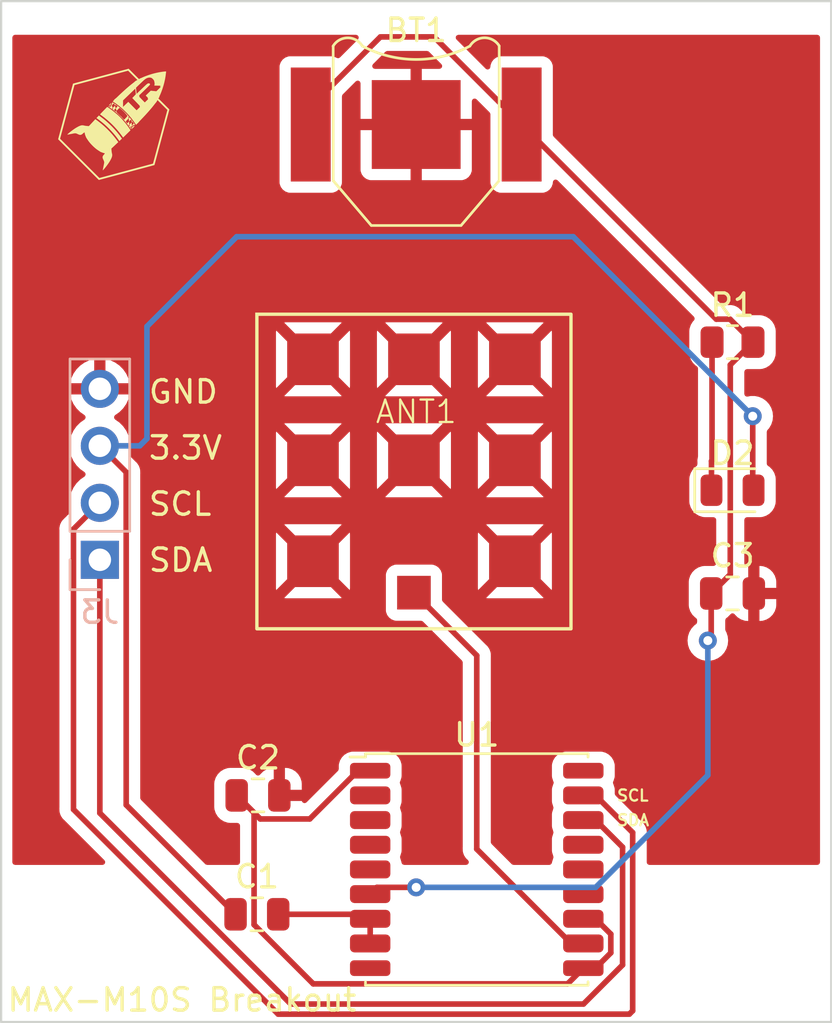
<source format=kicad_pcb>
(kicad_pcb (version 20221018) (generator pcbnew)
  (layers (0 "F.Cu" signal) (31 "B.Cu" power) (34 "B.Paste" user) (35 "F.Paste" user) (36 "B.SilkS" user "B.Silkscreen") (37 "F.SilkS" user "F.Silkscreen") (38 "B.Mask" user) (39 "F.Mask" user) (44 "Edge.Cuts" user))
  (net 0 "")
  (net 1 "GND")
  (net 2 "+3.3V")
  (net 3 "Net-(U1-VCC)")
  (net 4 "Net-(C2-Pad1)")
  (net 5 "Net-(D2-K)")
  (net 6 "/SDA")
  (net 15 "/SCL")
  (net 17 "/RF_IN")
  (net 18 "/BACKUP")
  (footprint "RF_GPS:ublox_MAX" (layer "F.Cu") (at 146.7 90.2)
    (fp_text reference "U1" (at 0 -6) (layer "F.SilkS"))
    (fp_text value "MAX-M10S")
    (pad "1" smd roundrect (at -4.75 -4.4) (size 1.8 0.7) (layers "F.Cu" "F.Paste" "F.Mask") (net 4 "Net-(C2-Pad1)"))
    (pad "2" smd roundrect (at -4.75 -3.3) (size 1.8 0.8) (layers "F.Cu" "F.Paste" "F.Mask"))
    (pad "3" smd roundrect (at -4.75 -2.2) (size 1.8 0.8) (layers "F.Cu" "F.Paste" "F.Mask"))
    (pad "4" smd roundrect (at -4.75 -1.1) (size 1.8 0.8) (layers "F.Cu" "F.Paste" "F.Mask"))
    (pad "5" smd roundrect (at -4.75 0) (size 1.8 0.8) (layers "F.Cu" "F.Paste" "F.Mask"))
    (pad "6" smd roundrect (at -4.75 1.1) (size 1.8 0.8) (layers "F.Cu" "F.Paste" "F.Mask") (net 18 "/BACKUP"))
    (pad "7" smd roundrect (at -4.75 2.2) (size 1.8 0.8) (layers "F.Cu" "F.Paste" "F.Mask") (net 3 "Net-(U1-VCC)"))
    (pad "8" smd roundrect (at -4.75 3.3) (size 1.8 0.8) (layers "F.Cu" "F.Paste" "F.Mask") (net 3 "Net-(U1-VCC)"))
    (pad "9" smd roundrect (at -4.75 4.4) (size 1.8 0.7) (layers "F.Cu" "F.Paste" "F.Mask"))
    (pad "10" smd roundrect (at 4.75 4.4) (size 1.8 0.7) (layers "F.Cu" "F.Paste" "F.Mask") (net 4 "Net-(C2-Pad1)"))
    (pad "11" smd roundrect (at 4.75 3.3) (size 1.8 0.8) (layers "F.Cu" "F.Paste" "F.Mask") (net 17 "/RF_IN"))
    (pad "12" smd roundrect (at 4.75 2.2) (size 1.8 0.8) (layers "F.Cu" "F.Paste" "F.Mask") (net 4 "Net-(C2-Pad1)"))
    (pad "13" smd roundrect (at 4.75 1.1) (size 1.8 0.8) (layers "F.Cu" "F.Paste" "F.Mask"))
    (pad "14" smd roundrect (at 4.75 0) (size 1.8 0.8) (layers "F.Cu" "F.Paste" "F.Mask"))
    (pad "15" smd roundrect (at 4.75 -1.1) (size 1.8 0.8) (layers "F.Cu" "F.Paste" "F.Mask"))
    (pad "16" smd roundrect (at 4.75 -2.2) (size 1.8 0.8) (layers "F.Cu" "F.Paste" "F.Mask") (net 6 "/SDA"))
    (pad "17" smd roundrect (at 4.75 -3.3) (size 1.8 0.8) (layers "F.Cu" "F.Paste" "F.Mask") (net 15 "/SCL"))
    (pad "18" smd roundrect (at 4.75 -4.4) (size 1.8 0.7) (layers "F.Cu" "F.Paste" "F.Mask"))
  )
  (footprint "Capacitor_SMD:C_0805_2012Metric" (layer "F.Cu") (at 136.9 92.2)
    (fp_text reference "C1" (at 0 -1.68) (layer "F.SilkS"))
    (fp_text value "C" hide)
    (pad "1" smd roundrect (at -0.95 0) (size 1 1.45) (layers "F.Cu" "F.Paste" "F.Mask") (net 2 "+3.3V"))
    (pad "2" smd roundrect (at 0.95 0) (size 1 1.45) (layers "F.Cu" "F.Paste" "F.Mask") (net 3 "Net-(U1-VCC)"))
  )
  (footprint "Capacitor_SMD:C_0805_2012Metric" (layer "F.Cu") (at 158.1 77.9)
    (fp_text reference "C3" (at 0 -1.68) (layer "F.SilkS"))
    (fp_text value "1.0uF")
    (pad "1" smd roundrect (at -0.95 0) (size 1 1.45) (layers "F.Cu" "F.Paste" "F.Mask") (net 18 "/BACKUP"))
    (pad "2" smd roundrect (at 0.95 0) (size 1 1.45) (layers "F.Cu" "F.Paste" "F.Mask") (net 1 "GND"))
  )
  (footprint "PatchAntenna:SGGP.12.A" (layer "F.Cu") (at 144.408 70.389)
    (fp_text reference "ANT1" (at -0.408 -0.589 unlocked) (layer "F.SilkS") (effects (font (thickness 0.1))))
    (fp_text value "~")
    (pad "1" smd rect (at -0.508 7.476) (size 1.5 1.5) (layers "F.Cu" "F.Paste" "F.Mask") (net 17 "/RF_IN"))
    (pad "2" smd rect (at -5.008 6.076) (size 2.3 2.3) (layers "F.Cu" "F.Paste" "F.Mask") (net 1 "GND"))
    (pad "3" smd rect (at 3.992 6.076) (size 2.3 2.3) (layers "F.Cu" "F.Paste" "F.Mask") (net 1 "GND"))
    (pad "4" smd rect (at -5.008 1.576) (size 2.3 2.3) (layers "F.Cu" "F.Paste" "F.Mask") (net 1 "GND"))
    (pad "5" smd rect (at -0.508 1.576) (size 2.3 2.3) (layers "F.Cu" "F.Paste" "F.Mask") (net 1 "GND"))
    (pad "6" smd rect (at 3.992 1.576) (size 2.3 2.3) (layers "F.Cu" "F.Paste" "F.Mask") (net 1 "GND"))
    (pad "7" smd rect (at -5.008 -2.924) (size 2.3 2.3) (layers "F.Cu" "F.Paste" "F.Mask") (net 1 "GND"))
    (pad "8" smd rect (at -0.508 -2.924) (size 2.3 2.3) (layers "F.Cu" "F.Paste" "F.Mask") (net 1 "GND"))
    (pad "9" smd rect (at 3.992 -2.924) (size 2.3 2.3) (layers "F.Cu" "F.Paste" "F.Mask") (net 1 "GND"))
  )
  (footprint "Diode_SMD:D_0805_2012Metric" (layer "F.Cu") (at 158.1 73.3)
    (fp_text reference "D2" (at 0 -1.65) (layer "F.SilkS"))
    (fp_text value ".5A/40V/420mV")
    (pad "1" smd roundrect (at -0.9375 0) (size 0.975 1.4) (layers "F.Cu" "F.Paste" "F.Mask") (net 5 "Net-(D2-K)"))
    (pad "2" smd roundrect (at 0.9375 0) (size 0.975 1.4) (layers "F.Cu" "F.Paste" "F.Mask") (net 2 "+3.3V"))
  )
  (footprint "Battery:BatteryHolder_Keystone_2998_1x6.8mm" (layer "F.Cu") (at 144 57)
    (fp_text reference "BT1" (at 0 -4.2) (layer "F.SilkS"))
    (fp_text value "6.8mm_coin_cell")
    (pad "1" smd rect (at -4.7 0) (size 1.78 5.08) (layers "F.Cu" "F.Paste" "F.Mask") (net 18 "/BACKUP"))
    (pad "1" smd rect (at 4.7 0) (size 1.78 5.08) (layers "F.Cu" "F.Paste" "F.Mask") (net 18 "/BACKUP"))
    (pad "2" smd rect (at 0 0) (size 3.96 3.96) (layers "F.Cu" "F.Paste" "F.Mask") (net 1 "GND"))
  )
  (footprint "LOGO" (layer "F.Cu") (at 130.5 57)
    (fp_text reference "G***" hide)
    (fp_text value "LOGO" hide)
  )
  (footprint "Resistor_SMD:R_0805_2012Metric" (layer "F.Cu") (at 158.1 66.7)
    (fp_text reference "R1" (at 0 -1.65) (layer "F.SilkS"))
    (fp_text value "3.3k")
    (pad "1" smd roundrect (at -0.9125 0) (size 1.025 1.4) (layers "F.Cu" "F.Paste" "F.Mask") (roundrect_rratio 0.243902) (net 5 "Net-(D2-K)"))
    (pad "2" smd roundrect (at 0.9125 0) (size 1.025 1.4) (layers "F.Cu" "F.Paste" "F.Mask") (roundrect_rratio 0.243902) (net 18 "/BACKUP"))
  )
  (footprint "Capacitor_SMD:C_0805_2012Metric" (layer "F.Cu") (at 136.95 86.9)
    (fp_text reference "C2" (at 0 -1.68) (layer "F.SilkS"))
    (fp_text value "C")
    (pad "1" smd roundrect (at -0.95 0) (size 1 1.45) (layers "F.Cu" "F.Paste" "F.Mask") (net 4 "Net-(C2-Pad1)"))
    (pad "2" smd roundrect (at 0.95 0) (size 1 1.45) (layers "F.Cu" "F.Paste" "F.Mask") (net 1 "GND"))
  )
  (footprint "Connector_PinHeader_2.54mm:PinHeader_1x04_P2.54mm_Vertical" (layer "B.Cu") (at 129.9 76.4)
    (fp_text reference "J3" (at 0 2.33) (layer "B.SilkS") (effects (justify mirror)))
    (fp_text value "Conn_01x04_Pin")
    (pad "1" thru_hole rect (at 0 0) (size 1.7 1.7) (drill 1) (layers "*.Cu" "*.Mask") (net 6 "/SDA"))
    (pad "2" thru_hole oval (at 0 -2.54) (size 1.7 1.7) (drill 1) (layers "*.Cu" "*.Mask") (net 15 "/SCL"))
    (pad "3" thru_hole oval (at 0 -5.08) (size 1.7 1.7) (drill 1) (layers "*.Cu" "*.Mask") (net 2 "+3.3V"))
    (pad "4" thru_hole oval (at 0 -7.62) (size 1.7 1.7) (drill 1) (layers "*.Cu" "*.Mask") (net 1 "GND"))
  )
  (gr_rect (start 125.5 51.5) (end 162.5 97) (stroke (width 0.1)) (fill none) (layer "Edge.Cuts"))
  (gr_text "GND\n" (at 132 69.5) (layer "F.SilkS") (effects (font (size 1 1)) (justify left bottom)))
  (gr_text "SCL\n" (at 132 74.5) (layer "F.SilkS") (effects (font (size 1 1)) (justify left bottom)))
  (gr_text "SDA\n" (at 152.9 88.3) (layer "F.SilkS") (effects (font (size 0.5 0.5) (thickness 0.1) bold) (justify left bottom)))
  (gr_text "3.3V\n" (at 132 72) (layer "F.SilkS") (effects (font (size 1 1)) (justify left bottom)))
  (gr_text "MAX-M10S Breakout\n" (at 125.7 96.6) (layer "F.SilkS") (effects (font (size 1 1)) (justify left bottom)))
  (gr_text "SDA" (at 132 77) (layer "F.SilkS") (effects (font (size 1 1)) (justify left bottom)))
  (gr_text "SCL" (at 152.9 87.2) (layer "F.SilkS") (effects (font (size 0.5 0.5) (thickness 0.1) bold) (justify left bottom)))
  (segment (start 131.075 72.495) (end 131.075 87.325) (width 0.25) (layer "F.Cu") (net 2))
  (segment (start 131.075 87.325) (end 135.95 92.2) (width 0.25) (layer "F.Cu") (net 2))
  (segment (start 159 73.2625) (end 159.0375 73.3) (width 0.25) (layer "F.Cu") (net 2))
  (segment (start 159 70) (end 159 73.2625) (width 0.25) (layer "F.Cu") (net 2))
  (segment (start 129.9 71.32) (end 131.075 72.495) (width 0.25) (layer "F.Cu") (net 2))
  (via (at 159 70) (size 0.8) (drill 0.4) (layers "F.Cu" "B.Cu") (net 2))
  (segment (start 131.68 71.32) (end 129.9 71.32) (width 0.25) (layer "B.Cu") (net 2))
  (segment (start 136 62) (end 151 62) (width 0.25) (layer "B.Cu") (net 2))
  (segment (start 132 71) (end 132 66) (width 0.25) (layer "B.Cu") (net 2))
  (segment (start 132 66) (end 136 62) (width 0.25) (layer "B.Cu") (net 2))
  (segment (start 132 71) (end 131.68 71.32) (width 0.25) (layer "B.Cu") (net 2))
  (segment (start 151 62) (end 159 70) (width 0.25) (layer "B.Cu") (net 2))
  (segment (start 137.85 92.2) (end 141.75 92.2) (width 0.25) (layer "F.Cu") (net 3))
  (segment (start 141.75 92.2) (end 141.95 92.4) (width 0.25) (layer "F.Cu") (net 3))
  (segment (start 141.95 93.5) (end 141.95 92.4) (width 0.25) (layer "F.Cu") (net 3))
  (segment (start 136 86.9) (end 136.775 87.675) (width 0.25) (layer "F.Cu") (net 4))
  (segment (start 136 86.9) (end 137.05 87.95) (width 0.25) (layer "F.Cu") (net 4))
  (segment (start 139.257538 87.95) (end 141.407538 85.8) (width 0.25) (layer "F.Cu") (net 4))
  (segment (start 136.775 92.663173) (end 139.411827 95.3) (width 0.25) (layer "F.Cu") (net 4))
  (segment (start 150.75 95.3) (end 151.45 94.6) (width 0.25) (layer "F.Cu") (net 4))
  (segment (start 152.675 93.082538) (end 151.992462 92.4) (width 0.25) (layer "F.Cu") (net 4))
  (segment (start 151.992462 92.4) (end 151.45 92.4) (width 0.25) (layer "F.Cu") (net 4))
  (segment (start 152.675 93.917462) (end 152.675 93.082538) (width 0.25) (layer "F.Cu") (net 4))
  (segment (start 137.05 87.95) (end 139.257538 87.95) (width 0.25) (layer "F.Cu") (net 4))
  (segment (start 139.411827 95.3) (end 150.75 95.3) (width 0.25) (layer "F.Cu") (net 4))
  (segment (start 136.775 87.675) (end 136.775 92.663173) (width 0.25) (layer "F.Cu") (net 4))
  (segment (start 141.407538 85.8) (end 141.95 85.8) (width 0.25) (layer "F.Cu") (net 4))
  (segment (start 151.992462 94.6) (end 152.675 93.917462) (width 0.25) (layer "F.Cu") (net 4))
  (segment (start 151.45 94.6) (end 151.992462 94.6) (width 0.25) (layer "F.Cu") (net 4))
  (segment (start 157.1625 73.3) (end 157.1625 72) (width 0.25) (layer "F.Cu") (net 5))
  (segment (start 157.1625 72) (end 157.1875 71.975) (width 0.25) (layer "F.Cu") (net 5))
  (segment (start 157.1875 66.7) (end 157.1875 71.975) (width 0.25) (layer "F.Cu") (net 5))
  (segment (start 153.2 89.207538) (end 153.2 94.457107) (width 0.25) (layer "F.Cu") (net 6))
  (segment (start 151.992462 88) (end 153.2 89.207538) (width 0.25) (layer "F.Cu") (net 6))
  (segment (start 129.9 87.688173) (end 129.9 76.4) (width 0.25) (layer "F.Cu") (net 6))
  (segment (start 153.2 94.457107) (end 151.457107 96.2) (width 0.25) (layer "F.Cu") (net 6))
  (segment (start 151.457107 96.2) (end 138.411827 96.2) (width 0.25) (layer "F.Cu") (net 6))
  (segment (start 138.411827 96.2) (end 129.9 87.688173) (width 0.25) (layer "F.Cu") (net 6))
  (segment (start 151.45 88) (end 151.992462 88) (width 0.25) (layer "F.Cu") (net 6))
  (segment (start 151.992462 86.9) (end 153.65 88.557538) (width 0.25) (layer "F.Cu") (net 15))
  (segment (start 153.5 96.65) (end 137.85 96.65) (width 0.25) (layer "F.Cu") (net 15))
  (segment (start 153.65 96.5) (end 153.5 96.65) (width 0.25) (layer "F.Cu") (net 15))
  (segment (start 151.45 86.9) (end 151.992462 86.9) (width 0.25) (layer "F.Cu") (net 15))
  (segment (start 128.725 87.525) (end 128.725 75.035) (width 0.25) (layer "F.Cu") (net 15))
  (segment (start 153.65 88.557538) (end 153.65 96.5) (width 0.25) (layer "F.Cu") (net 15))
  (segment (start 128.725 75.035) (end 129.9 73.86) (width 0.25) (layer "F.Cu") (net 15))
  (segment (start 137.85 96.65) (end 128.725 87.525) (width 0.25) (layer "F.Cu") (net 15))
  (segment (start 146.7 89.292462) (end 150.907538 93.5) (width 0.25) (layer "F.Cu") (net 17))
  (segment (start 146.7 80.665) (end 146.7 89.292462) (width 0.25) (layer "F.Cu") (net 17))
  (segment (start 150.907538 93.5) (end 151.45 93.5) (width 0.25) (layer "F.Cu") (net 17))
  (segment (start 143.9 77.865) (end 146.7 80.665) (width 0.25) (layer "F.Cu") (net 17))
  (segment (start 159.0125 66.7) (end 158 67.7125) (width 0.25) (layer "F.Cu") (net 18))
  (segment (start 157.9875 65.675) (end 159.0125 66.7) (width 0.25) (layer "F.Cu") (net 18))
  (segment (start 140.1 55.4) (end 142.405 53.095) (width 0.25) (layer "F.Cu") (net 18))
  (segment (start 144 91) (end 142.25 91) (width 0.25) (layer "F.Cu") (net 18))
  (segment (start 157.375 65.675) (end 157.9875 65.675) (width 0.25) (layer "F.Cu") (net 18))
  (segment (start 158 77.05) (end 157.15 77.9) (width 0.25) (layer "F.Cu") (net 18))
  (segment (start 157.15 77.9) (end 157.15 79.85) (width 0.25) (layer "F.Cu") (net 18))
  (segment (start 142.492462 91.3) (end 141.95 91.3) (width 0.25) (layer "F.Cu") (net 18))
  (segment (start 144.795 53.095) (end 157.375 65.675) (width 0.25) (layer "F.Cu") (net 18))
  (segment (start 142.405 53.095) (end 144.795 53.095) (width 0.25) (layer "F.Cu") (net 18))
  (segment (start 158 67.7125) (end 158 77.05) (width 0.25) (layer "F.Cu") (net 18))
  (segment (start 157.15 77.85) (end 157.15 77.9) (width 0.25) (layer "F.Cu") (net 18))
  (segment (start 142.25 91) (end 141.95 91.3) (width 0.25) (layer "F.Cu") (net 18))
  (segment (start 157.15 79.85) (end 157 80) (width 0.25) (layer "F.Cu") (net 18))
  (segment (start 139.2 55.4) (end 140.1 55.4) (width 0.25) (layer "F.Cu") (net 18))
  (via (at 157 80) (size 0.8) (drill 0.4) (layers "F.Cu" "B.Cu") (net 18))
  (via (at 144 91) (size 0.8) (drill 0.4) (layers "F.Cu" "B.Cu") (net 18))
  (segment (start 157 80) (end 157 86) (width 0.25) (layer "B.Cu") (net 18))
  (segment (start 152 91) (end 144 91) (width 0.25) (layer "B.Cu") (net 18))
  (segment (start 157 86) (end 152 91) (width 0.25) (layer "B.Cu") (net 18))
  (zone (net 1) (net_name "GND") (layer "F.Cu") (connect_pads (clearance 0.5)) (min_thickness 0.25) (fill yes (thermal_gap 0.5) (thermal_bridge_width 0.5))
    (polygon (pts (xy 126 53) (xy 162 53) (xy 162 90) (xy 126 90)))
  )
)
</source>
